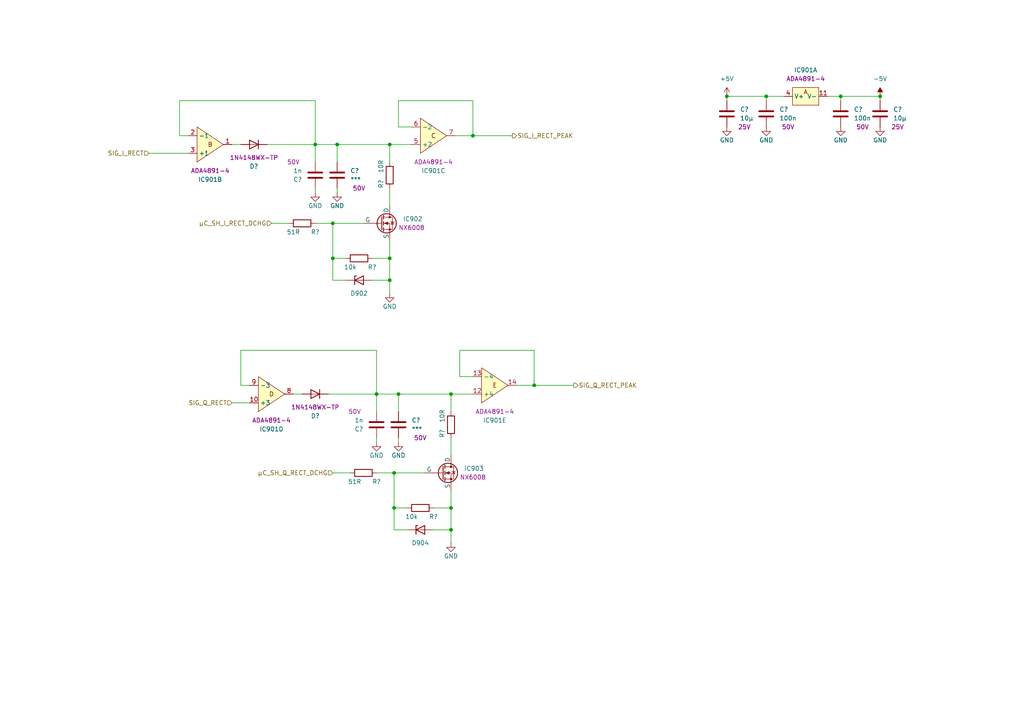
<source format=kicad_sch>
(kicad_sch (version 20230121) (generator eeschema)
  (paper "A4")
  (lib_symbols
    (symbol "ADA4891-4_1"
      (property "Reference" "IC" (at 0 10.16 0))
      (property "Part Number" "ADA4891-4" (at 0 7.62 0))
      (symbol "ADA4891-4_1_1_1"
        (rectangle (start -3.81 2.54) (end 3.81 -2.54) (fill (type background)))
        (text "A" (at 0 1.27 0) (effects (font (size 1.27 1.27))))
        (pin power_in line (at 6.35 0 180) (length 2.54) (name "V-") (number "11"))
        (pin power_in line (at -6.35 0 0) (length 2.54) (name "V+") (number "4"))
      )
      (symbol "ADA4891-4_1_2_1"
        (polyline (pts (xy -3.81 5.08) (xy -3.81 -5.08) (xy 3.81 0) (xy -3.81 5.08)) (fill (type background)))
        (text "B" (at 0 0 0) (effects (font (size 1.27 1.27))))
        (pin passive line (at 6.35 0 180) (length 2.54) (name "") (number "1"))
        (pin passive line (at -6.35 -2.54 0) (length 2.54) (name "-1") (number "2"))
        (pin passive line (at -6.35 2.54 0) (length 2.54) (name "+1") (number "3"))
      )
      (symbol "ADA4891-4_1_3_1"
        (polyline (pts (xy -3.81 5.08) (xy -3.81 -5.08) (xy 3.81 0) (xy -3.81 5.08)) (fill (type background)))
        (text "C" (at 0 0 0) (effects (font (size 1.27 1.27))))
        (pin input line (at -6.35 2.54 0) (length 2.54) (name "+2") (number "5"))
        (pin input line (at -6.35 -2.54 0) (length 2.54) (name "-2") (number "6"))
        (pin output line (at 6.35 0 180) (length 2.54) (name "") (number "7"))
      )
      (symbol "ADA4891-4_1_4_1"
        (polyline (pts (xy -3.81 5.08) (xy -3.81 -5.08) (xy 3.81 0) (xy -3.81 5.08)) (fill (type background)))
        (text "D" (at 0 0 0) (effects (font (size 1.27 1.27))))
        (pin input line (at -6.35 2.54 0) (length 2.54) (name "+3") (number "10"))
        (pin output line (at 6.35 0 180) (length 2.54) (name "") (number "8"))
        (pin input line (at -6.35 -2.54 0) (length 2.54) (name "-3") (number "9"))
      )
      (symbol "ADA4891-4_1_5_1"
        (polyline (pts (xy -3.81 5.08) (xy -3.81 -5.08) (xy 3.81 0) (xy -3.81 5.08)) (fill (type background)))
        (text "E" (at 0 0 0) (effects (font (size 1.27 1.27))))
        (pin input line (at -6.35 2.54 0) (length 2.54) (name "+4") (number "12"))
        (pin input line (at -6.35 -2.54 0) (length 2.54) (name "-4") (number "13"))
        (pin output line (at 6.35 0 180) (length 2.54) (name "") (number "14"))
      )
    )
    (symbol "ADA4891-4_2"
      (property "Reference" "IC" (at 0 10.16 0))
      (property "Part Number" "ADA4891-4" (at 0 7.62 0))
      (symbol "ADA4891-4_2_1_1"
        (rectangle (start -3.81 2.54) (end 3.81 -2.54) (fill (type background)))
        (text "A" (at 0 1.27 0) (effects (font (size 1.27 1.27))))
        (pin power_in line (at 6.35 0 180) (length 2.54) (name "V-") (number "11"))
        (pin power_in line (at -6.35 0 0) (length 2.54) (name "V+") (number "4"))
      )
      (symbol "ADA4891-4_2_2_1"
        (polyline (pts (xy -3.81 5.08) (xy -3.81 -5.08) (xy 3.81 0) (xy -3.81 5.08)) (fill (type background)))
        (text "B" (at 0 0 0) (effects (font (size 1.27 1.27))))
        (pin passive line (at 6.35 0 180) (length 2.54) (name "") (number "1"))
        (pin passive line (at -6.35 -2.54 0) (length 2.54) (name "-1") (number "2"))
        (pin passive line (at -6.35 2.54 0) (length 2.54) (name "+1") (number "3"))
      )
      (symbol "ADA4891-4_2_3_1"
        (polyline (pts (xy -3.81 5.08) (xy -3.81 -5.08) (xy 3.81 0) (xy -3.81 5.08)) (fill (type background)))
        (text "C" (at 0 0 0) (effects (font (size 1.27 1.27))))
        (pin input line (at -6.35 2.54 0) (length 2.54) (name "+2") (number "5"))
        (pin input line (at -6.35 -2.54 0) (length 2.54) (name "-2") (number "6"))
        (pin output line (at 6.35 0 180) (length 2.54) (name "") (number "7"))
      )
      (symbol "ADA4891-4_2_4_1"
        (polyline (pts (xy -3.81 5.08) (xy -3.81 -5.08) (xy 3.81 0) (xy -3.81 5.08)) (fill (type background)))
        (text "D" (at 0 0 0) (effects (font (size 1.27 1.27))))
        (pin input line (at -6.35 2.54 0) (length 2.54) (name "+3") (number "10"))
        (pin output line (at 6.35 0 180) (length 2.54) (name "") (number "8"))
        (pin input line (at -6.35 -2.54 0) (length 2.54) (name "-3") (number "9"))
      )
      (symbol "ADA4891-4_2_5_1"
        (polyline (pts (xy -3.81 5.08) (xy -3.81 -5.08) (xy 3.81 0) (xy -3.81 5.08)) (fill (type background)))
        (text "E" (at 0 0 0) (effects (font (size 1.27 1.27))))
        (pin input line (at -6.35 2.54 0) (length 2.54) (name "+4") (number "12"))
        (pin input line (at -6.35 -2.54 0) (length 2.54) (name "-4") (number "13"))
        (pin output line (at 6.35 0 180) (length 2.54) (name "") (number "14"))
      )
    )
    (symbol "ADA4891-4_3"
      (property "Reference" "IC" (at 0 10.16 0))
      (property "Part Number" "ADA4891-4" (at 0 7.62 0))
      (symbol "ADA4891-4_3_1_1"
        (rectangle (start -3.81 2.54) (end 3.81 -2.54) (fill (type background)))
        (text "A" (at 0 1.27 0) (effects (font (size 1.27 1.27))))
        (pin power_in line (at 6.35 0 180) (length 2.54) (name "V-") (number "11"))
        (pin power_in line (at -6.35 0 0) (length 2.54) (name "V+") (number "4"))
      )
      (symbol "ADA4891-4_3_2_1"
        (polyline (pts (xy -3.81 5.08) (xy -3.81 -5.08) (xy 3.81 0) (xy -3.81 5.08)) (fill (type background)))
        (text "B" (at 0 0 0) (effects (font (size 1.27 1.27))))
        (pin passive line (at 6.35 0 180) (length 2.54) (name "") (number "1"))
        (pin passive line (at -6.35 -2.54 0) (length 2.54) (name "-1") (number "2"))
        (pin passive line (at -6.35 2.54 0) (length 2.54) (name "+1") (number "3"))
      )
      (symbol "ADA4891-4_3_3_1"
        (polyline (pts (xy -3.81 5.08) (xy -3.81 -5.08) (xy 3.81 0) (xy -3.81 5.08)) (fill (type background)))
        (text "C" (at 0 0 0) (effects (font (size 1.27 1.27))))
        (pin input line (at -6.35 2.54 0) (length 2.54) (name "+2") (number "5"))
        (pin input line (at -6.35 -2.54 0) (length 2.54) (name "-2") (number "6"))
        (pin output line (at 6.35 0 180) (length 2.54) (name "") (number "7"))
      )
      (symbol "ADA4891-4_3_4_1"
        (polyline (pts (xy -3.81 5.08) (xy -3.81 -5.08) (xy 3.81 0) (xy -3.81 5.08)) (fill (type background)))
        (text "D" (at 0 0 0) (effects (font (size 1.27 1.27))))
        (pin input line (at -6.35 2.54 0) (length 2.54) (name "+3") (number "10"))
        (pin output line (at 6.35 0 180) (length 2.54) (name "") (number "8"))
        (pin input line (at -6.35 -2.54 0) (length 2.54) (name "-3") (number "9"))
      )
      (symbol "ADA4891-4_3_5_1"
        (polyline (pts (xy -3.81 5.08) (xy -3.81 -5.08) (xy 3.81 0) (xy -3.81 5.08)) (fill (type background)))
        (text "E" (at 0 0 0) (effects (font (size 1.27 1.27))))
        (pin input line (at -6.35 2.54 0) (length 2.54) (name "+4") (number "12"))
        (pin input line (at -6.35 -2.54 0) (length 2.54) (name "-4") (number "13"))
        (pin output line (at 6.35 0 180) (length 2.54) (name "") (number "14"))
      )
    )
    (symbol "ADA4891-4_4"
      (property "Reference" "IC" (at 0 10.16 0))
      (property "Part Number" "ADA4891-4" (at 0 7.62 0))
      (symbol "ADA4891-4_4_1_1"
        (rectangle (start -3.81 2.54) (end 3.81 -2.54) (fill (type background)))
        (text "A" (at 0 1.27 0) (effects (font (size 1.27 1.27))))
        (pin power_in line (at 6.35 0 180) (length 2.54) (name "V-") (number "11"))
        (pin power_in line (at -6.35 0 0) (length 2.54) (name "V+") (number "4"))
      )
      (symbol "ADA4891-4_4_2_1"
        (polyline (pts (xy -3.81 5.08) (xy -3.81 -5.08) (xy 3.81 0) (xy -3.81 5.08)) (fill (type background)))
        (text "B" (at 0 0 0) (effects (font (size 1.27 1.27))))
        (pin passive line (at 6.35 0 180) (length 2.54) (name "") (number "1"))
        (pin passive line (at -6.35 -2.54 0) (length 2.54) (name "-1") (number "2"))
        (pin passive line (at -6.35 2.54 0) (length 2.54) (name "+1") (number "3"))
      )
      (symbol "ADA4891-4_4_3_1"
        (polyline (pts (xy -3.81 5.08) (xy -3.81 -5.08) (xy 3.81 0) (xy -3.81 5.08)) (fill (type background)))
        (text "C" (at 0 0 0) (effects (font (size 1.27 1.27))))
        (pin input line (at -6.35 2.54 0) (length 2.54) (name "+2") (number "5"))
        (pin input line (at -6.35 -2.54 0) (length 2.54) (name "-2") (number "6"))
        (pin output line (at 6.35 0 180) (length 2.54) (name "") (number "7"))
      )
      (symbol "ADA4891-4_4_4_1"
        (polyline (pts (xy -3.81 5.08) (xy -3.81 -5.08) (xy 3.81 0) (xy -3.81 5.08)) (fill (type background)))
        (text "D" (at 0 0 0) (effects (font (size 1.27 1.27))))
        (pin input line (at -6.35 2.54 0) (length 2.54) (name "+3") (number "10"))
        (pin output line (at 6.35 0 180) (length 2.54) (name "") (number "8"))
        (pin input line (at -6.35 -2.54 0) (length 2.54) (name "-3") (number "9"))
      )
      (symbol "ADA4891-4_4_5_1"
        (polyline (pts (xy -3.81 5.08) (xy -3.81 -5.08) (xy 3.81 0) (xy -3.81 5.08)) (fill (type background)))
        (text "E" (at 0 0 0) (effects (font (size 1.27 1.27))))
        (pin input line (at -6.35 2.54 0) (length 2.54) (name "+4") (number "12"))
        (pin input line (at -6.35 -2.54 0) (length 2.54) (name "-4") (number "13"))
        (pin output line (at 6.35 0 180) (length 2.54) (name "") (number "14"))
      )
    )
    (symbol "BestParts_ICs:ADA4891-4"
      (property "Reference" "IC" (at 0 10.16 0))
      (property "Part Number" "ADA4891-4" (at 0 7.62 0))
      (symbol "ADA4891-4_1_1"
        (rectangle (start -3.81 2.54) (end 3.81 -2.54) (fill (type background)))
        (text "A" (at 0 1.27 0) (effects (font (size 1.27 1.27))))
        (pin power_in line (at 6.35 0 180) (length 2.54) (name "V-") (number "11"))
        (pin power_in line (at -6.35 0 0) (length 2.54) (name "V+") (number "4"))
      )
      (symbol "ADA4891-4_2_1"
        (polyline (pts (xy -3.81 5.08) (xy -3.81 -5.08) (xy 3.81 0) (xy -3.81 5.08)) (fill (type background)))
        (text "B" (at 0 0 0) (effects (font (size 1.27 1.27))))
        (pin passive line (at 6.35 0 180) (length 2.54) (name "") (number "1"))
        (pin passive line (at -6.35 -2.54 0) (length 2.54) (name "-1") (number "2"))
        (pin passive line (at -6.35 2.54 0) (length 2.54) (name "+1") (number "3"))
      )
      (symbol "ADA4891-4_3_1"
        (polyline (pts (xy -3.81 5.08) (xy -3.81 -5.08) (xy 3.81 0) (xy -3.81 5.08)) (fill (type background)))
        (text "C" (at 0 0 0) (effects (font (size 1.27 1.27))))
        (pin input line (at -6.35 2.54 0) (length 2.54) (name "+2") (number "5"))
        (pin input line (at -6.35 -2.54 0) (length 2.54) (name "-2") (number "6"))
        (pin output line (at 6.35 0 180) (length 2.54) (name "") (number "7"))
      )
      (symbol "ADA4891-4_4_1"
        (polyline (pts (xy -3.81 5.08) (xy -3.81 -5.08) (xy 3.81 0) (xy -3.81 5.08)) (fill (type background)))
        (text "D" (at 0 0 0) (effects (font (size 1.27 1.27))))
        (pin input line (at -6.35 2.54 0) (length 2.54) (name "+3") (number "10"))
        (pin output line (at 6.35 0 180) (length 2.54) (name "") (number "8"))
        (pin input line (at -6.35 -2.54 0) (length 2.54) (name "-3") (number "9"))
      )
      (symbol "ADA4891-4_5_1"
        (polyline (pts (xy -3.81 5.08) (xy -3.81 -5.08) (xy 3.81 0) (xy -3.81 5.08)) (fill (type background)))
        (text "E" (at 0 0 0) (effects (font (size 1.27 1.27))))
        (pin input line (at -6.35 2.54 0) (length 2.54) (name "+4") (number "12"))
        (pin input line (at -6.35 -2.54 0) (length 2.54) (name "-4") (number "13"))
        (pin output line (at 6.35 0 180) (length 2.54) (name "") (number "14"))
      )
    )
    (symbol "Device:C" (pin_numbers hide) (pin_names (offset 0.254))
      (property "Reference" "C" (at 0.635 2.54 0))
      (property "Value" "C" (at 0.635 -2.54 0))
      (symbol "C_0_1"
        (polyline (pts (xy -2.032 -0.762) (xy 2.032 -0.762)) (stroke (width 0.508)))
        (polyline (pts (xy -2.032 0.762) (xy 2.032 0.762)) (stroke (width 0.508)))
      )
      (symbol "C_1_1"
        (pin passive line (at 0 3.81 270) (length 2.794) (name "~") (number "1"))
        (pin passive line (at 0 -3.81 90) (length 2.794) (name "~") (number "2"))
      )
    )
    (symbol "Device:D" (pin_numbers hide) (pin_names (offset 1.016) hide)
      (property "Reference" "D" (at 0 2.54 0))
      (property "Value" "D" (at 0 -2.54 0))
      (symbol "D_0_1"
        (polyline (pts (xy -1.27 1.27) (xy -1.27 -1.27)) (stroke (width 0.254)))
        (polyline (pts (xy 1.27 0) (xy -1.27 0)))
        (polyline (pts (xy 1.27 1.27) (xy 1.27 -1.27) (xy -1.27 0) (xy 1.27 1.27)) (stroke (width 0.254)))
      )
      (symbol "D_1_1"
        (pin passive line (at -3.81 0 0) (length 2.54) (name "K") (number "1"))
        (pin passive line (at 3.81 0 180) (length 2.54) (name "A") (number "2"))
      )
    )
    (symbol "Device:D_Zener" (pin_numbers hide) (pin_names (offset 1.016) hide)
      (property "Reference" "D" (at 0 2.54 0))
      (property "Value" "D_Zener" (at 0 -2.54 0))
      (symbol "D_Zener_0_1"
        (polyline (pts (xy 1.27 0) (xy -1.27 0)))
        (polyline (pts (xy -1.27 -1.27) (xy -1.27 1.27) (xy -0.762 1.27)) (stroke (width 0.254)))
        (polyline (pts (xy 1.27 -1.27) (xy 1.27 1.27) (xy -1.27 0) (xy 1.27 -1.27)) (stroke (width 0.254)))
      )
      (symbol "D_Zener_1_1"
        (pin passive line (at -3.81 0 0) (length 2.54) (name "K") (number "1"))
        (pin passive line (at 3.81 0 180) (length 2.54) (name "A") (number "2"))
      )
    )
    (symbol "Device:R" (pin_numbers hide) (pin_names (offset 0))
      (property "Reference" "R" (at 2.032 0 90))
      (property "Value" "R" (at 0 0 90))
      (symbol "R_0_1"
        (rectangle (start -1.016 -2.54) (end 1.016 2.54) (stroke (width 0.254)))
      )
      (symbol "R_1_1"
        (pin passive line (at 0 3.81 270) (length 1.27) (name "~") (number "1"))
        (pin passive line (at 0 -3.81 90) (length 1.27) (name "~") (number "2"))
      )
    )
    (symbol "Simulation_SPICE:NMOS" (pin_numbers hide) (pin_names (offset 0))
      (property "Reference" "IC1001" (at 6.35 1.27 0))
      (property "Part Number" "NX6008" (at 8.89 -1.27 0))
      (symbol "NMOS_0_1"
        (polyline (pts (xy 0.254 0) (xy -2.54 0)))
        (polyline (pts (xy 0.254 1.905) (xy 0.254 -1.905)) (stroke (width 0.254)))
        (polyline (pts (xy 0.762 -1.27) (xy 0.762 -2.286)) (stroke (width 0.254)))
        (polyline (pts (xy 0.762 0.508) (xy 0.762 -0.508)) (stroke (width 0.254)))
        (polyline (pts (xy 0.762 2.286) (xy 0.762 1.27)) (stroke (width 0.254)))
        (polyline (pts (xy 2.54 2.54) (xy 2.54 1.778)))
        (polyline (pts (xy 2.54 -2.54) (xy 2.54 0) (xy 0.762 0)))
        (polyline (pts (xy 0.762 -1.778) (xy 3.302 -1.778) (xy 3.302 1.778) (xy 0.762 1.778)))
        (polyline (pts (xy 1.016 0) (xy 2.032 0.381) (xy 2.032 -0.381) (xy 1.016 0)) (fill (type outline)))
        (polyline (pts (xy 2.794 0.508) (xy 2.921 0.381) (xy 3.683 0.381) (xy 3.81 0.254)))
        (polyline (pts (xy 3.302 0.381) (xy 2.921 -0.254) (xy 3.683 -0.254) (xy 3.302 0.381)))
        (circle (center 1.651 0) (radius 2.794) (stroke (width 0.254)))
        (circle (center 2.54 -1.778) (radius 0.254) (fill (type outline)))
        (circle (center 2.54 1.778) (radius 0.254) (fill (type outline)))
      )
      (symbol "NMOS_1_1"
        (pin input line (at -5.08 0 0) (length 2.54) (name "G") (number "1"))
        (pin passive line (at 2.54 -5.08 90) (length 2.54) (name "S") (number "2"))
        (pin passive line (at 2.54 5.08 270) (length 2.54) (name "D") (number "3"))
      )
    )
    (symbol "power:+5V" (power) (pin_names (offset 0))
      (property "Value" "+5V" (at 0 3.556 0))
      (symbol "+5V_0_1"
        (polyline (pts (xy -0.762 1.27) (xy 0 2.54)))
        (polyline (pts (xy 0 0) (xy 0 2.54)))
        (polyline (pts (xy 0 2.54) (xy 0.762 1.27)))
      )
      (symbol "+5V_1_1"
        (pin power_in line (at 0 0 90) (length 0) hide (name "+5V") (number "1"))
      )
    )
    (symbol "power:-5V" (power) (pin_names (offset 0))
      (property "Value" "-5V" (at 0 3.81 0))
      (symbol "-5V_0_0"
        (pin power_in line (at 0 0 90) (length 0) hide (name "-5V") (number "1"))
      )
      (symbol "-5V_0_1"
        (polyline (pts (xy 0 0) (xy 0 1.27) (xy 0.762 1.27) (xy 0 2.54) (xy -0.762 1.27) (xy 0 1.27)) (fill (type outline)))
      )
    )
    (symbol "power:GND" (power) (pin_names (offset 0))
      (property "Value" "GND" (at 0 -3.81 0))
      (symbol "GND_0_1"
        (polyline (pts (xy 0 0) (xy 0 -1.27) (xy 1.27 -1.27) (xy 0 -2.54) (xy -1.27 -1.27) (xy 0 -1.27)))
      )
      (symbol "GND_1_1"
        (pin power_in line (at 0 0 270) (length 0) hide (name "GND") (number "1"))
      )
    )
  )
  (junction (at 130.81 147.32))
  (junction (at 96.52 74.93))
  (junction (at 130.81 114.3))
  (junction (at 113.03 81.28))
  (junction (at 154.94 111.76))
  (junction (at 243.84 27.94))
  (junction (at 115.57 114.3))
  (junction (at 113.03 41.91))
  (junction (at 113.03 74.93))
  (junction (at 210.82 27.94))
  (junction (at 137.16 39.37))
  (junction (at 96.52 64.77))
  (junction (at 255.27 27.94))
  (junction (at 222.25 27.94))
  (junction (at 114.3 137.16))
  (junction (at 114.3 147.32))
  (junction (at 97.79 41.91))
  (junction (at 109.22 114.3))
  (junction (at 130.81 153.67))
  (junction (at 91.44 41.91))
  (wire (pts (xy 137.16 29.21) (xy 137.16 39.37)))
  (wire (pts (xy 115.57 29.21) (xy 137.16 29.21)))
  (wire (pts (xy 130.81 147.32) (xy 130.81 153.67)))
  (wire (pts (xy 130.81 153.67) (xy 130.81 157.48)))
  (wire (pts (xy 114.3 137.16) (xy 123.19 137.16)))
  (wire (pts (xy 222.25 27.94) (xy 222.25 29.21)))
  (wire (pts (xy 69.85 101.6) (xy 69.85 111.76)))
  (wire (pts (xy 96.52 137.16) (xy 101.6 137.16)))
  (wire (pts (xy 222.25 27.94) (xy 227.33 27.94)))
  (wire (pts (xy 125.73 147.32) (xy 130.81 147.32)))
  (wire (pts (xy 130.81 142.24) (xy 130.81 147.32)))
  (wire (pts (xy 109.22 137.16) (xy 114.3 137.16)))
  (wire (pts (xy 52.07 29.21) (xy 52.07 39.37)))
  (wire (pts (xy 240.03 27.94) (xy 243.84 27.94)))
  (wire (pts (xy 113.03 81.28) (xy 113.03 85.09)))
  (wire (pts (xy 96.52 74.93) (xy 96.52 81.28)))
  (wire (pts (xy 137.16 39.37) (xy 148.59 39.37)))
  (wire (pts (xy 115.57 29.21) (xy 115.57 36.83)))
  (wire (pts (xy 109.22 114.3) (xy 115.57 114.3)))
  (wire (pts (xy 243.84 27.94) (xy 255.27 27.94)))
  (wire (pts (xy 96.52 81.28) (xy 100.33 81.28)))
  (wire (pts (xy 91.44 64.77) (xy 96.52 64.77)))
  (wire (pts (xy 109.22 114.3) (xy 109.22 119.38)))
  (wire (pts (xy 114.3 137.16) (xy 114.3 147.32)))
  (wire (pts (xy 113.03 41.91) (xy 113.03 46.99)))
  (wire (pts (xy 130.81 114.3) (xy 130.81 119.38)))
  (wire (pts (xy 85.09 114.3) (xy 87.63 114.3)))
  (wire (pts (xy 133.35 101.6) (xy 154.94 101.6)))
  (wire (pts (xy 67.31 41.91) (xy 69.85 41.91)))
  (wire (pts (xy 243.84 27.94) (xy 243.84 29.21)))
  (wire (pts (xy 113.03 54.61) (xy 113.03 59.69)))
  (wire (pts (xy 115.57 127) (xy 115.57 128.27)))
  (wire (pts (xy 96.52 64.77) (xy 105.41 64.77)))
  (wire (pts (xy 52.07 29.21) (xy 91.44 29.21)))
  (wire (pts (xy 43.18 44.45) (xy 54.61 44.45)))
  (wire (pts (xy 107.95 74.93) (xy 113.03 74.93)))
  (wire (pts (xy 91.44 41.91) (xy 91.44 46.99)))
  (wire (pts (xy 115.57 114.3) (xy 115.57 119.38)))
  (wire (pts (xy 95.25 114.3) (xy 109.22 114.3)))
  (wire (pts (xy 107.95 81.28) (xy 113.03 81.28)))
  (wire (pts (xy 77.47 41.91) (xy 91.44 41.91)))
  (wire (pts (xy 97.79 41.91) (xy 113.03 41.91)))
  (wire (pts (xy 97.79 54.61) (xy 97.79 55.88)))
  (wire (pts (xy 115.57 36.83) (xy 119.38 36.83)))
  (wire (pts (xy 114.3 147.32) (xy 118.11 147.32)))
  (wire (pts (xy 154.94 101.6) (xy 154.94 111.76)))
  (wire (pts (xy 69.85 101.6) (xy 109.22 101.6)))
  (wire (pts (xy 154.94 111.76) (xy 166.37 111.76)))
  (wire (pts (xy 96.52 64.77) (xy 96.52 74.93)))
  (wire (pts (xy 125.73 153.67) (xy 130.81 153.67)))
  (wire (pts (xy 67.31 116.84) (xy 72.39 116.84)))
  (wire (pts (xy 130.81 127) (xy 130.81 132.08)))
  (wire (pts (xy 78.74 64.77) (xy 83.82 64.77)))
  (wire (pts (xy 133.35 109.22) (xy 137.16 109.22)))
  (wire (pts (xy 91.44 54.61) (xy 91.44 55.88)))
  (wire (pts (xy 210.82 27.94) (xy 210.82 29.21)))
  (wire (pts (xy 255.27 27.94) (xy 255.27 29.21)))
  (wire (pts (xy 114.3 153.67) (xy 118.11 153.67)))
  (wire (pts (xy 113.03 74.93) (xy 113.03 81.28)))
  (wire (pts (xy 96.52 74.93) (xy 100.33 74.93)))
  (wire (pts (xy 130.81 114.3) (xy 137.16 114.3)))
  (wire (pts (xy 97.79 41.91) (xy 97.79 46.99)))
  (wire (pts (xy 109.22 127) (xy 109.22 128.27)))
  (wire (pts (xy 91.44 41.91) (xy 97.79 41.91)))
  (wire (pts (xy 132.08 39.37) (xy 137.16 39.37)))
  (wire (pts (xy 69.85 111.76) (xy 72.39 111.76)))
  (wire (pts (xy 91.44 29.21) (xy 91.44 41.91)))
  (wire (pts (xy 149.86 111.76) (xy 154.94 111.76)))
  (wire (pts (xy 113.03 69.85) (xy 113.03 74.93)))
  (wire (pts (xy 133.35 101.6) (xy 133.35 109.22)))
  (wire (pts (xy 210.82 27.94) (xy 222.25 27.94)))
  (wire (pts (xy 115.57 114.3) (xy 130.81 114.3)))
  (wire (pts (xy 109.22 101.6) (xy 109.22 114.3)))
  (wire (pts (xy 113.03 41.91) (xy 119.38 41.91)))
  (wire (pts (xy 52.07 39.37) (xy 54.61 39.37)))
  (wire (pts (xy 114.3 147.32) (xy 114.3 153.67)))
  (hierarchical_label "SIG_I_RECT_PEAK" (shape output) (at 148.59 39.37 0))
  (hierarchical_label "SIG_I_RECT" (shape input) (at 43.18 44.45 180))
  (hierarchical_label "µC_SH_I_RECT_DCHG" (shape input) (at 78.74 64.77 180))
  (hierarchical_label "µC_SH_Q_RECT_DCHG" (shape input) (at 96.52 137.16 180))
  (hierarchical_label "SIG_Q_RECT" (shape input) (at 67.31 116.84 180))
  (hierarchical_label "SIG_Q_RECT_PEAK" (shape output) (at 166.37 111.76 0))
  (symbol (lib_id "Device:R") (at 105.41 137.16 270) (unit 1)
    (property "Reference" "R?" (at 109.22 139.7 90))
    (property "Value" "51R" (at 102.87 139.7 90))
    (property "Footprint" "BestParts_Resistors:R_0603" (effects hide))
    (property "Part Number" "Generic" (effects hide))
    (instances (project "Analog_Calc_V2" (path "" (reference "R?") (unit 1)) (path "" (reference "R?") (unit 1)) (path "" (reference "R?") (unit 1)) (path "" (reference "R?") (unit 1)) (path "" (reference "R?") (unit 1)) (path "" (reference "R905") (unit 1))))
  )
  (symbol (lib_id "power:GND") (at 243.84 36.83 0) (unit 1)
    (property "Reference" "#PWR?" (effects hide))
    (property "Value" "GND" (at 243.84 40.64 0))
    (instances (project "Analog_Calc_V2" (path "" (reference "#PWR?") (unit 1)) (path "" (reference "#PWR?") (unit 1)) (path "" (reference "#PWR?") (unit 1)) (path "" (reference "#PWR0905") (unit 1))))
  )
  (symbol (lib_name "ADA4891-4_1") (lib_id "BestParts_ICs:ADA4891-4") (at 233.68 27.94 0) (unit 1)
    (property "Reference" "IC901" (at 233.68 20.32 0))
    (property "Value" "*" (effects hide))
    (property "Footprint" "BestParts_ICs:ADA4891-4 - SOIC-14" (effects hide))
    (property "Part Number" "ADA4891-4" (at 233.68 22.86 0))
    (property "Manufacturer" "Analog Devices" (effects hide))
  )
  (symbol (lib_id "Device:D") (at 91.44 114.3 180) (unit 1)
    (property "Reference" "D?" (at 91.44 120.65 0))
    (property "Footprint" "BestParts_Diodes:D_SOD-323" (effects hide))
    (property "Part Number" "1N4148WX-TP" (at 91.44 118.11 0))
    (instances (project "Analog_Calc_V2" (path "" (reference "D?") (unit 1)) (path "" (reference "D903") (unit 1))))
  )
  (symbol (lib_id "power:+5V") (at 210.82 27.94 0) (unit 1)
    (property "Reference" "#PWR?" (effects hide))
    (property "Value" "+5V" (at 210.82 22.86 0))
    (instances (project "Analog_Calc_V2" (path "" (reference "#PWR?") (unit 1)) (path "" (reference "#PWR?") (unit 1)) (path "" (reference "#PWR?") (unit 1)) (path "" (reference "#PWR0901") (unit 1))))
  )
  (symbol (lib_name "ADA4891-4_2") (lib_id "BestParts_ICs:ADA4891-4") (at 125.73 39.37 0) (mirror x) (unit 3)
    (property "Reference" "IC901" (at 125.73 49.53 0))
    (property "Value" "*" (effects hide))
    (property "Footprint" "BestParts_ICs:ADA4891-4 - SOIC-14" (effects hide))
    (property "Part Number" "ADA4891-4" (at 125.73 46.99 0))
    (property "Manufacturer" "Analog Devices" (effects hide))
  )
  (symbol (lib_id "power:GND") (at 222.25 36.83 0) (unit 1)
    (property "Reference" "#PWR?" (effects hide))
    (property "Value" "GND" (at 222.25 40.64 0))
    (instances (project "Analog_Calc_V2" (path "" (reference "#PWR?") (unit 1)) (path "" (reference "#PWR?") (unit 1)) (path "" (reference "#PWR?") (unit 1)) (path "" (reference "#PWR0904") (unit 1))))
  )
  (symbol (lib_id "Device:C") (at 97.79 50.8 0) (unit 1)
    (property "Reference" "C?" (at 101.6 49.53 0) (effects (justify left)))
    (property "Value" "***" (at 101.6 52.07 0) (effects (justify left)))
    (property "Footprint" "BestParts_Caps:C_0603" (effects hide))
    (property "Voltage" "50V" (at 104.14 54.61 0))
    (instances (project "Analog_Calc_V2" (path "" (reference "C?") (unit 1)) (path "" (reference "C?") (unit 1)) (path "" (reference "C?") (unit 1)) (path "" (reference "C?") (unit 1)) (path "" (reference "C906") (unit 1))))
  )
  (symbol (lib_id "power:-5V") (at 255.27 27.94 0) (unit 1)
    (property "Reference" "#PWR?" (effects hide))
    (property "Value" "-5V" (at 255.27 22.86 0))
    (instances (project "Analog_Calc_V2" (path "" (reference "#PWR?") (unit 1)) (path "" (reference "#PWR?") (unit 1)) (path "" (reference "#PWR?") (unit 1)) (path "" (reference "#PWR0902") (unit 1))))
  )
  (symbol (lib_id "Device:R") (at 113.03 50.8 180) (unit 1)
    (property "Reference" "R?" (at 110.49 53.34 90))
    (property "Value" "10R" (at 110.49 48.26 90))
    (property "Footprint" "BestParts_Resistors:R_0603" (effects hide))
    (property "Part Number" "Generic" (effects hide))
    (instances (project "Analog_Calc_V2" (path "" (reference "R?") (unit 1)) (path "" (reference "R?") (unit 1)) (path "" (reference "R?") (unit 1)) (path "" (reference "R?") (unit 1)) (path "" (reference "R?") (unit 1)) (path "" (reference "R901") (unit 1))))
  )
  (symbol (lib_id "Device:C") (at 91.44 50.8 180) (unit 1)
    (property "Reference" "C?" (at 87.63 52.07 0) (effects (justify left)))
    (property "Value" "1n" (at 87.63 49.53 0) (effects (justify left)))
    (property "Footprint" "BestParts_Caps:C_0603" (effects hide))
    (property "Voltage" "50V" (at 85.09 46.99 0))
    (instances (project "Analog_Calc_V2" (path "" (reference "C?") (unit 1)) (path "" (reference "C?") (unit 1)) (path "" (reference "C?") (unit 1)) (path "" (reference "C?") (unit 1)) (path "" (reference "C905") (unit 1))))
  )
  (symbol (lib_id "Device:C") (at 210.82 33.02 0) (unit 1)
    (property "Reference" "C?" (at 214.63 31.75 0) (effects (justify left)))
    (property "Value" "10µ" (at 214.63 34.29 0) (effects (justify left)))
    (property "Footprint" "BestParts_Caps:C_0603" (effects hide))
    (property "Voltage" "25V" (at 215.9 36.83 0))
    (instances (project "Analog_Calc_V2" (path "" (reference "C?") (unit 1)) (path "" (reference "C?") (unit 1)) (path "" (reference "C?") (unit 1)) (path "" (reference "C?") (unit 1)) (path "" (reference "C901") (unit 1))))
  )
  (symbol (lib_id "power:GND") (at 91.44 55.88 0) (unit 1)
    (property "Reference" "#PWR?" (effects hide))
    (property "Value" "GND" (at 91.44 59.69 0))
    (instances (project "Analog_Calc_V2" (path "" (reference "#PWR?") (unit 1)) (path "" (reference "#PWR?") (unit 1)) (path "" (reference "#PWR?") (unit 1)) (path "" (reference "#PWR0907") (unit 1))))
  )
  (symbol (lib_id "power:GND") (at 210.82 36.83 0) (unit 1)
    (property "Reference" "#PWR?" (effects hide))
    (property "Value" "GND" (at 210.82 40.64 0))
    (instances (project "Analog_Calc_V2" (path "" (reference "#PWR?") (unit 1)) (path "" (reference "#PWR?") (unit 1)) (path "" (reference "#PWR?") (unit 1)) (path "" (reference "#PWR0903") (unit 1))))
  )
  (symbol (lib_id "Device:R") (at 121.92 147.32 270) (unit 1)
    (property "Reference" "R?" (at 125.73 149.86 90))
    (property "Value" "10k" (at 119.38 149.86 90))
    (property "Footprint" "BestParts_Resistors:R_0603" (effects hide))
    (property "Part Number" "Generic" (effects hide))
    (instances (project "Analog_Calc_V2" (path "" (reference "R?") (unit 1)) (path "" (reference "R?") (unit 1)) (path "" (reference "R?") (unit 1)) (path "" (reference "R?") (unit 1)) (path "" (reference "R?") (unit 1)) (path "" (reference "R906") (unit 1))))
  )
  (symbol (lib_id "Device:D_Zener") (at 121.92 153.67 0) (unit 1)
    (property "Reference" "D904" (at 121.92 157.48 0))
    (property "Value" "*" (effects hide))
    (property "Footprint" "BestParts_Diodes:D_SOD-323" (effects hide))
  )
  (symbol (lib_id "Device:C") (at 222.25 33.02 0) (unit 1)
    (property "Reference" "C?" (at 226.06 31.75 0) (effects (justify left)))
    (property "Value" "100n" (at 226.06 34.29 0) (effects (justify left)))
    (property "Footprint" "BestParts_Caps:C_0603" (effects hide))
    (property "Voltage" "50V" (at 228.6 36.83 0))
    (instances (project "Analog_Calc_V2" (path "" (reference "C?") (unit 1)) (path "" (reference "C?") (unit 1)) (path "" (reference "C?") (unit 1)) (path "" (reference "C?") (unit 1)) (path "" (reference "C902") (unit 1))))
  )
  (symbol (lib_id "power:GND") (at 97.79 55.88 0) (unit 1)
    (property "Reference" "#PWR?" (effects hide))
    (property "Value" "GND" (at 97.79 59.69 0))
    (instances (project "Analog_Calc_V2" (path "" (reference "#PWR?") (unit 1)) (path "" (reference "#PWR?") (unit 1)) (path "" (reference "#PWR?") (unit 1)) (path "" (reference "#PWR0908") (unit 1))))
  )
  (symbol (lib_id "Device:C") (at 109.22 123.19 180) (unit 1)
    (property "Reference" "C?" (at 105.41 124.46 0) (effects (justify left)))
    (property "Value" "1n" (at 105.41 121.92 0) (effects (justify left)))
    (property "Footprint" "BestParts_Caps:C_0603" (effects hide))
    (property "Voltage" "50V" (at 102.87 119.38 0))
    (instances (project "Analog_Calc_V2" (path "" (reference "C?") (unit 1)) (path "" (reference "C?") (unit 1)) (path "" (reference "C?") (unit 1)) (path "" (reference "C?") (unit 1)) (path "" (reference "C907") (unit 1))))
  )
  (symbol (lib_id "power:GND") (at 115.57 128.27 0) (unit 1)
    (property "Reference" "#PWR?" (effects hide))
    (property "Value" "GND" (at 115.57 132.08 0))
    (instances (project "Analog_Calc_V2" (path "" (reference "#PWR?") (unit 1)) (path "" (reference "#PWR?") (unit 1)) (path "" (reference "#PWR?") (unit 1)) (path "" (reference "#PWR0911") (unit 1))))
  )
  (symbol (lib_id "Simulation_SPICE:NMOS") (at 110.49 64.77 0) (unit 1)
    (property "Reference" "IC902" (at 116.84 63.5 0) (effects (justify left)))
    (property "Footprint" "BestParts_ICs:NX6008 - SOT-23-3" (effects hide))
    (property "Part Number" "NX6008" (at 119.38 66.04 0))
  )
  (symbol (lib_name "ADA4891-4_4") (lib_id "BestParts_ICs:ADA4891-4") (at 78.74 114.3 0) (mirror x) (unit 4)
    (property "Reference" "IC901" (at 78.74 124.46 0))
    (property "Value" "*" (effects hide))
    (property "Footprint" "BestParts_ICs:ADA4891-4 - SOIC-14" (effects hide))
    (property "Part Number" "ADA4891-4" (at 78.74 121.92 0))
    (property "Manufacturer" "Analog Devices" (effects hide))
  )
  (symbol (lib_id "Simulation_SPICE:NMOS") (at 128.27 137.16 0) (unit 1)
    (property "Reference" "IC903" (at 134.62 135.89 0) (effects (justify left)))
    (property "Footprint" "BestParts_ICs:NX6008 - SOT-23-3" (effects hide))
    (property "Part Number" "NX6008" (at 137.16 138.43 0))
  )
  (symbol (lib_id "BestParts_ICs:ADA4891-4") (at 143.51 111.76 0) (mirror x) (unit 5)
    (property "Reference" "IC901" (at 143.51 121.92 0))
    (property "Value" "*" (effects hide))
    (property "Footprint" "BestParts_ICs:ADA4891-4 - SOIC-14" (effects hide))
    (property "Part Number" "ADA4891-4" (at 143.51 119.38 0))
    (property "Manufacturer" "Analog Devices" (effects hide))
  )
  (symbol (lib_id "power:GND") (at 109.22 128.27 0) (unit 1)
    (property "Reference" "#PWR?" (effects hide))
    (property "Value" "GND" (at 109.22 132.08 0))
    (instances (project "Analog_Calc_V2" (path "" (reference "#PWR?") (unit 1)) (path "" (reference "#PWR?") (unit 1)) (path "" (reference "#PWR?") (unit 1)) (path "" (reference "#PWR0910") (unit 1))))
  )
  (symbol (lib_id "power:GND") (at 255.27 36.83 0) (unit 1)
    (property "Reference" "#PWR?" (effects hide))
    (property "Value" "GND" (at 255.27 40.64 0))
    (instances (project "Analog_Calc_V2" (path "" (reference "#PWR?") (unit 1)) (path "" (reference "#PWR?") (unit 1)) (path "" (reference "#PWR?") (unit 1)) (path "" (reference "#PWR0906") (unit 1))))
  )
  (symbol (lib_id "power:GND") (at 130.81 157.48 0) (unit 1)
    (property "Reference" "#PWR?" (effects hide))
    (property "Value" "GND" (at 130.81 161.29 0))
    (instances (project "Analog_Calc_V2" (path "" (reference "#PWR?") (unit 1)) (path "" (reference "#PWR?") (unit 1)) (path "" (reference "#PWR?") (unit 1)) (path "" (reference "#PWR0912") (unit 1))))
  )
  (symbol (lib_id "power:GND") (at 113.03 85.09 0) (unit 1)
    (property "Reference" "#PWR?" (effects hide))
    (property "Value" "GND" (at 113.03 88.9 0))
    (instances (project "Analog_Calc_V2" (path "" (reference "#PWR?") (unit 1)) (path "" (reference "#PWR?") (unit 1)) (path "" (reference "#PWR?") (unit 1)) (path "" (reference "#PWR0909") (unit 1))))
  )
  (symbol (lib_id "Device:R") (at 87.63 64.77 270) (unit 1)
    (property "Reference" "R?" (at 91.44 67.31 90))
    (property "Value" "51R" (at 85.09 67.31 90))
    (property "Footprint" "BestParts_Resistors:R_0603" (effects hide))
    (property "Part Number" "Generic" (effects hide))
    (instances (project "Analog_Calc_V2" (path "" (reference "R?") (unit 1)) (path "" (reference "R?") (unit 1)) (path "" (reference "R?") (unit 1)) (path "" (reference "R?") (unit 1)) (path "" (reference "R?") (unit 1)) (path "" (reference "R902") (unit 1))))
  )
  (symbol (lib_id "Device:D_Zener") (at 104.14 81.28 0) (unit 1)
    (property "Reference" "D902" (at 104.14 85.09 0))
    (property "Value" "*" (effects hide))
    (property "Footprint" "BestParts_Diodes:D_SOD-323" (effects hide))
  )
  (symbol (lib_name "ADA4891-4_3") (lib_id "BestParts_ICs:ADA4891-4") (at 60.96 41.91 0) (mirror x) (unit 2)
    (property "Reference" "IC901" (at 60.96 52.07 0))
    (property "Value" "*" (effects hide))
    (property "Footprint" "BestParts_ICs:ADA4891-4 - SOIC-14" (effects hide))
    (property "Part Number" "ADA4891-4" (at 60.96 49.53 0))
    (property "Manufacturer" "Analog Devices" (effects hide))
  )
  (symbol (lib_id "Device:R") (at 104.14 74.93 270) (unit 1)
    (property "Reference" "R?" (at 107.95 77.47 90))
    (property "Value" "10k" (at 101.6 77.47 90))
    (property "Footprint" "BestParts_Resistors:R_0603" (effects hide))
    (property "Part Number" "Generic" (effects hide))
    (instances (project "Analog_Calc_V2" (path "" (reference "R?") (unit 1)) (path "" (reference "R?") (unit 1)) (path "" (reference "R?") (unit 1)) (path "" (reference "R?") (unit 1)) (path "" (reference "R?") (unit 1)) (path "" (reference "R903") (unit 1))))
  )
  (symbol (lib_id "Device:C") (at 243.84 33.02 0) (unit 1)
    (property "Reference" "C?" (at 247.65 31.75 0) (effects (justify left)))
    (property "Value" "100n" (at 247.65 34.29 0) (effects (justify left)))
    (property "Footprint" "BestParts_Caps:C_0603" (effects hide))
    (property "Voltage" "50V" (at 250.19 36.83 0))
    (instances (project "Analog_Calc_V2" (path "" (reference "C?") (unit 1)) (path "" (reference "C?") (unit 1)) (path "" (reference "C?") (unit 1)) (path "" (reference "C?") (unit 1)) (path "" (reference "C903") (unit 1))))
  )
  (symbol (lib_id "Device:D") (at 73.66 41.91 180) (unit 1)
    (property "Reference" "D?" (at 73.66 48.26 0))
    (property "Footprint" "BestParts_Diodes:D_SOD-323" (effects hide))
    (property "Part Number" "1N4148WX-TP" (at 73.66 45.72 0))
    (instances (project "Analog_Calc_V2" (path "" (reference "D?") (unit 1)) (path "" (reference "D901") (unit 1))))
  )
  (symbol (lib_id "Device:R") (at 130.81 123.19 180) (unit 1)
    (property "Reference" "R?" (at 128.27 125.73 90))
    (property "Value" "10R" (at 128.27 120.65 90))
    (property "Footprint" "BestParts_Resistors:R_0603" (effects hide))
    (property "Part Number" "Generic" (effects hide))
    (instances (project "Analog_Calc_V2" (path "" (reference "R?") (unit 1)) (path "" (reference "R?") (unit 1)) (path "" (reference "R?") (unit 1)) (path "" (reference "R?") (unit 1)) (path "" (reference "R?") (unit 1)) (path "" (reference "R904") (unit 1))))
  )
  (symbol (lib_id "Device:C") (at 255.27 33.02 0) (unit 1)
    (property "Reference" "C?" (at 259.08 31.75 0) (effects (justify left)))
    (property "Value" "10µ" (at 259.08 34.29 0) (effects (justify left)))
    (property "Footprint" "BestParts_Caps:C_0603" (effects hide))
    (property "Voltage" "25V" (at 260.35 36.83 0))
    (instances (project "Analog_Calc_V2" (path "" (reference "C?") (unit 1)) (path "" (reference "C?") (unit 1)) (path "" (reference "C?") (unit 1)) (path "" (reference "C?") (unit 1)) (path "" (reference "C904") (unit 1))))
  )
  (symbol (lib_id "Device:C") (at 115.57 123.19 0) (unit 1)
    (property "Reference" "C?" (at 119.38 121.92 0) (effects (justify left)))
    (property "Value" "***" (at 119.38 124.46 0) (effects (justify left)))
    (property "Footprint" "BestParts_Caps:C_0603" (effects hide))
    (property "Voltage" "50V" (at 121.92 127 0))
    (instances (project "Analog_Calc_V2" (path "" (reference "C?") (unit 1)) (path "" (reference "C?") (unit 1)) (path "" (reference "C?") (unit 1)) (path "" (reference "C?") (unit 1)) (path "" (reference "C908") (unit 1))))
  )
)
</source>
